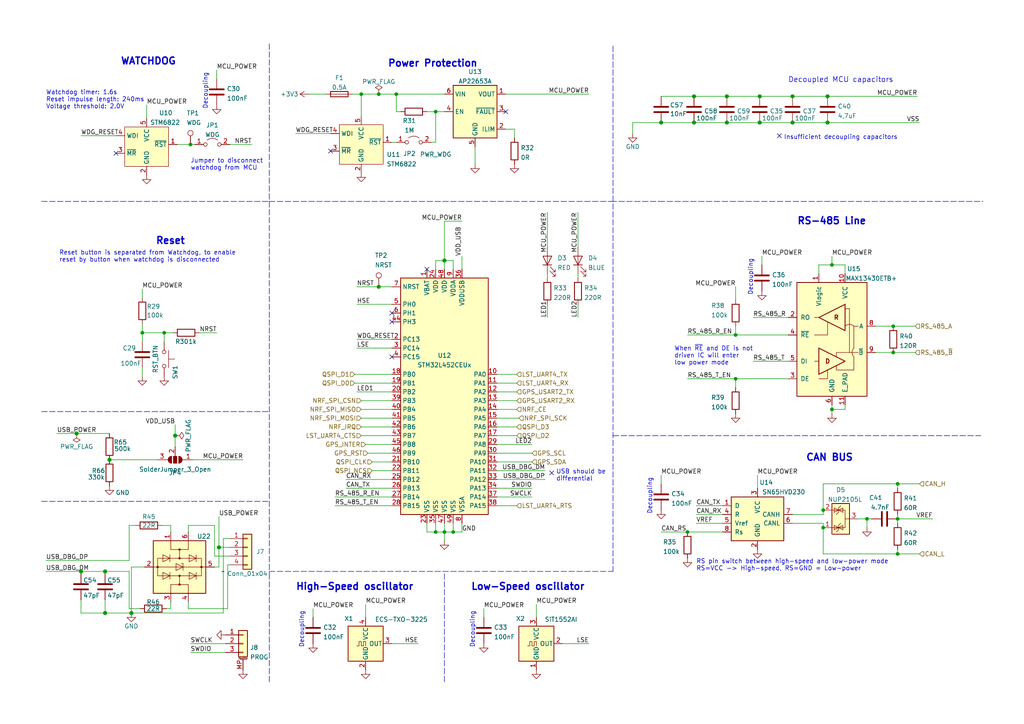
<source format=kicad_sch>
(kicad_sch (version 20210621) (generator eeschema)
  (paper "A4")
  (lib_symbols
    (symbol "Connector:TestPoint" (pin_numbers hide) (pin_names (offset 0.762) hide)
      (property "Reference" "TP" (at 0 6.858 0))
      (property "Value" "TestPoint" (at 0 5.08 0))
      (symbol "TestPoint_1_1"
        (pin passive line (at 0 0 90) (length 2.54) (name "1") (number "1"))
      )
    )
    (symbol "Connector_Generic:Conn_01x04" (pin_names (offset 1.016) hide)
      (property "Reference" "J" (at 0 5.08 0))
      (property "Value" "Conn_01x04" (at 0 -7.62 0))
      (symbol "Conn_01x04_1_1"
        (pin passive line (at -5.08 2.54 0) (length 3.81) (name "Pin_1") (number "1"))
        (pin passive line (at -5.08 0 0) (length 3.81) (name "Pin_2") (number "2"))
        (pin passive line (at -5.08 -2.54 0) (length 3.81) (name "Pin_3") (number "3"))
        (pin passive line (at -5.08 -5.08 0) (length 3.81) (name "Pin_4") (number "4"))
      )
    )
    (symbol "Connector_Generic_MountingPin:Conn_01x03_MountingPin" (pin_names (offset 1.016) hide)
      (property "Reference" "J" (at 0 5.08 0))
      (property "Value" "Conn_01x03_MountingPin" (at 1.27 -5.08 0))
      (symbol "Conn_01x03_MountingPin_1_1"
        (text "Mounting" (at 0 -4.191 0) (effects (font (size 0.381 0.381))))
        (pin passive line (at -5.08 2.54 0) (length 3.81) (name "Pin_1") (number "1"))
        (pin passive line (at -5.08 0 0) (length 3.81) (name "Pin_2") (number "2"))
        (pin passive line (at -5.08 -2.54 0) (length 3.81) (name "Pin_3") (number "3"))
        (pin passive line (at 0 -7.62 90) (length 3.048) (name "MountPin") (number "MP"))
      )
    )
    (symbol "Device:C" (pin_numbers hide) (pin_names (offset 0.254))
      (property "Reference" "C" (at 0.635 2.54 0))
      (property "Value" "C" (at 0.635 -2.54 0))
      (symbol "C_1_1"
        (pin passive line (at 0 3.81 270) (length 2.794) (name "~") (number "1"))
        (pin passive line (at 0 -3.81 90) (length 2.794) (name "~") (number "2"))
      )
    )
    (symbol "Device:Fuse" (pin_numbers hide) (pin_names (offset 0))
      (property "Reference" "F" (at 2.032 0 90))
      (property "Value" "Fuse" (at -1.905 0 90))
      (symbol "Fuse_1_1"
        (pin passive line (at 0 3.81 270) (length 1.27) (name "~") (number "1"))
        (pin passive line (at 0 -3.81 90) (length 1.27) (name "~") (number "2"))
      )
    )
    (symbol "Device:LED" (pin_numbers hide) (pin_names (offset 1.016) hide)
      (property "Reference" "D" (at 0 2.54 0))
      (property "Value" "LED" (at 0 -2.54 0))
      (symbol "LED_1_1"
        (pin passive line (at -3.81 0 0) (length 2.54) (name "K") (number "1"))
        (pin passive line (at 3.81 0 180) (length 2.54) (name "A") (number "2"))
      )
    )
    (symbol "Device:R" (pin_numbers hide) (pin_names (offset 0))
      (property "Reference" "R" (at 2.032 0 90))
      (property "Value" "R" (at 0 0 90))
      (symbol "R_1_1"
        (pin passive line (at 0 3.81 270) (length 1.27) (name "~") (number "1"))
        (pin passive line (at 0 -3.81 90) (length 1.27) (name "~") (number "2"))
      )
    )
    (symbol "Interface_CAN_LIN:SN65HVD230" (pin_names (offset 1.016))
      (property "Reference" "U" (at -2.54 10.16 0))
      (property "Value" "SN65HVD230" (at -2.54 7.62 0))
      (symbol "SN65HVD230_1_1"
        (pin input line (at -10.16 2.54 0) (length 2.54) (name "D") (number "1"))
        (pin power_in line (at 0 -10.16 90) (length 2.54) (name "GND") (number "2"))
        (pin power_in line (at 0 7.62 270) (length 2.54) (name "VCC") (number "3"))
        (pin output line (at -10.16 0 0) (length 2.54) (name "R") (number "4"))
        (pin output line (at -10.16 -2.54 0) (length 2.54) (name "Vref") (number "5"))
        (pin bidirectional line (at 10.16 -2.54 180) (length 2.54) (name "CANL") (number "6"))
        (pin bidirectional line (at 10.16 0 180) (length 2.54) (name "CANH") (number "7"))
        (pin input line (at -10.16 -5.08 0) (length 2.54) (name "Rs") (number "8"))
      )
    )
    (symbol "Jumper:Jumper_2_Open" (pin_names (offset 0) hide)
      (property "Reference" "JP" (at 0 2.794 0))
      (property "Value" "Jumper_2_Open" (at 0 -2.286 0))
      (symbol "Jumper_2_Open_1_1"
        (pin passive line (at -5.08 0 0) (length 2.54) (name "A") (number "1"))
        (pin passive line (at 5.08 0 180) (length 2.54) (name "B") (number "2"))
      )
    )
    (symbol "Jumper:SolderJumper_3_Open" (pin_names (offset 0) hide)
      (property "Reference" "JP" (at -2.54 -2.54 0))
      (property "Value" "SolderJumper_3_Open" (at 0 2.794 0))
      (symbol "SolderJumper_3_Open_1_1"
        (pin passive line (at -5.08 0 0) (length 2.54) (name "A") (number "1"))
        (pin input line (at 0 -3.81 90) (length 2.54) (name "C") (number "2"))
        (pin passive line (at 5.08 0 180) (length 2.54) (name "B") (number "3"))
      )
    )
    (symbol "Jumper_2_Open_1" (pin_names (offset 0) hide)
      (property "Reference" "JP" (at 0 2.794 0))
      (property "Value" "Jumper_2_Open_1" (at 0 -2.286 0))
      (symbol "Jumper_2_Open_1_1_1"
        (pin passive line (at -5.08 0 0) (length 2.54) (name "A") (number "1"))
        (pin passive line (at 5.08 0 180) (length 2.54) (name "B") (number "2"))
      )
    )
    (symbol "MCU_ST_STM32L4:STM32L452CEUx"
      (property "Reference" "U" (at -12.7 34.29 0))
      (property "Value" "STM32L452CEUx" (at 7.62 34.29 0))
      (symbol "STM32L452CEUx_1_1"
        (pin power_in line (at -5.08 35.56 270) (length 2.54) (name "VBAT") (number "1"))
        (pin bidirectional line (at 15.24 5.08 180) (length 2.54) (name "PA0") (number "10"))
        (pin bidirectional line (at 15.24 2.54 180) (length 2.54) (name "PA1") (number "11"))
        (pin bidirectional line (at 15.24 0 180) (length 2.54) (name "PA2") (number "12"))
        (pin bidirectional line (at 15.24 -2.54 180) (length 2.54) (name "PA3") (number "13"))
        (pin bidirectional line (at 15.24 -5.08 180) (length 2.54) (name "PA4") (number "14"))
        (pin bidirectional line (at 15.24 -7.62 180) (length 2.54) (name "PA5") (number "15"))
        (pin bidirectional line (at 15.24 -10.16 180) (length 2.54) (name "PA6") (number "16"))
        (pin bidirectional line (at 15.24 -12.7 180) (length 2.54) (name "PA7") (number "17"))
        (pin bidirectional line (at -15.24 5.08 0) (length 2.54) (name "PB0") (number "18"))
        (pin bidirectional line (at -15.24 2.54 0) (length 2.54) (name "PB1") (number "19"))
        (pin bidirectional line (at -15.24 15.24 0) (length 2.54) (name "PC13") (number "2"))
        (pin bidirectional line (at -15.24 0 0) (length 2.54) (name "PB2") (number "20"))
        (pin bidirectional line (at -15.24 -20.32 0) (length 2.54) (name "PB10") (number "21"))
        (pin bidirectional line (at -15.24 -22.86 0) (length 2.54) (name "PB11") (number "22"))
        (pin power_in line (at -5.08 -38.1 90) (length 2.54) (name "VSS") (number "23"))
        (pin power_in line (at -2.54 35.56 270) (length 2.54) (name "VDD") (number "24"))
        (pin bidirectional line (at -15.24 -25.4 0) (length 2.54) (name "PB12") (number "25"))
        (pin bidirectional line (at -15.24 -27.94 0) (length 2.54) (name "PB13") (number "26"))
        (pin bidirectional line (at -15.24 -30.48 0) (length 2.54) (name "PB14") (number "27"))
        (pin bidirectional line (at -15.24 -33.02 0) (length 2.54) (name "PB15") (number "28"))
        (pin bidirectional line (at 15.24 -15.24 180) (length 2.54) (name "PA8") (number "29"))
        (pin bidirectional line (at -15.24 12.7 0) (length 2.54) (name "PC14") (number "3"))
        (pin bidirectional line (at 15.24 -17.78 180) (length 2.54) (name "PA9") (number "30"))
        (pin bidirectional line (at 15.24 -20.32 180) (length 2.54) (name "PA10") (number "31"))
        (pin bidirectional line (at 15.24 -22.86 180) (length 2.54) (name "PA11") (number "32"))
        (pin bidirectional line (at 15.24 -25.4 180) (length 2.54) (name "PA12") (number "33"))
        (pin bidirectional line (at 15.24 -27.94 180) (length 2.54) (name "PA13") (number "34"))
        (pin power_in line (at -2.54 -38.1 90) (length 2.54) (name "VSS") (number "35"))
        (pin power_in line (at 5.08 35.56 270) (length 2.54) (name "VDDUSB") (number "36"))
        (pin bidirectional line (at 15.24 -30.48 180) (length 2.54) (name "PA14") (number "37"))
        (pin bidirectional line (at 15.24 -33.02 180) (length 2.54) (name "PA15") (number "38"))
        (pin bidirectional line (at -15.24 -2.54 0) (length 2.54) (name "PB3") (number "39"))
        (pin bidirectional line (at -15.24 10.16 0) (length 2.54) (name "PC15") (number "4"))
        (pin bidirectional line (at -15.24 -5.08 0) (length 2.54) (name "PB4") (number "40"))
        (pin bidirectional line (at -15.24 -7.62 0) (length 2.54) (name "PB5") (number "41"))
        (pin bidirectional line (at -15.24 -10.16 0) (length 2.54) (name "PB6") (number "42"))
        (pin bidirectional line (at -15.24 -12.7 0) (length 2.54) (name "PB7") (number "43"))
        (pin bidirectional line (at -15.24 20.32 0) (length 2.54) (name "PH3") (number "44"))
        (pin bidirectional line (at -15.24 -15.24 0) (length 2.54) (name "PB8") (number "45"))
        (pin bidirectional line (at -15.24 -17.78 0) (length 2.54) (name "PB9") (number "46"))
        (pin power_in line (at 0 -38.1 90) (length 2.54) (name "VSS") (number "47"))
        (pin power_in line (at 0 35.56 270) (length 2.54) (name "VDD") (number "48"))
        (pin power_in line (at 2.54 -38.1 90) (length 2.54) (name "VSS") (number "49"))
        (pin input line (at -15.24 25.4 0) (length 2.54) (name "PH0") (number "5"))
        (pin input line (at -15.24 22.86 0) (length 2.54) (name "PH1") (number "6"))
        (pin input line (at -15.24 30.48 0) (length 2.54) (name "NRST") (number "7"))
        (pin power_in line (at 5.08 -38.1 90) (length 2.54) (name "VSSA") (number "8"))
        (pin power_in line (at 2.54 35.56 270) (length 2.54) (name "VDDA") (number "9"))
      )
    )
    (symbol "Power_Protection:NUP2105L" (pin_names hide)
      (property "Reference" "D" (at 5.715 2.54 0))
      (property "Value" "NUP2105L" (at 5.715 0.635 0))
      (symbol "NUP2105L_0_0"
        (pin passive line (at 0 -5.08 90) (length 2.54) (name "A") (number "3"))
      )
      (symbol "NUP2105L_1_1"
        (pin passive line (at -2.54 5.08 270) (length 2.54) (name "K") (number "1"))
        (pin passive line (at 2.54 5.08 270) (length 2.54) (name "K") (number "2"))
      )
    )
    (symbol "Power_Protection:USBLC6-2P6" (pin_names hide)
      (property "Reference" "U" (at 2.54 8.89 0))
      (property "Value" "USBLC6-2P6" (at 2.54 -8.89 0))
      (symbol "USBLC6-2P6_1_1"
        (pin passive line (at -10.16 -2.54 0) (length 2.54) (name "I/O1") (number "1"))
        (pin passive line (at 0 -10.16 90) (length 2.54) (name "GND") (number "2"))
        (pin passive line (at 10.16 -2.54 180) (length 2.54) (name "I/O2") (number "3"))
        (pin passive line (at 10.16 2.54 180) (length 2.54) (name "I/O2") (number "4"))
        (pin passive line (at 0 10.16 270) (length 2.54) (name "VBUS") (number "5"))
        (pin passive line (at -10.16 2.54 0) (length 2.54) (name "I/O1") (number "6"))
      )
    )
    (symbol "Switch:SW_Push" (pin_numbers hide) (pin_names (offset 1.016) hide)
      (property "Reference" "SW" (at 1.27 2.54 0))
      (property "Value" "SW_Push" (at 0 -1.524 0))
      (symbol "SW_Push_0_1"
        (pin passive line (at -5.08 0 0) (length 2.54) (name "1") (number "1"))
        (pin passive line (at 5.08 0 180) (length 2.54) (name "2") (number "2"))
      )
    )
    (symbol "TCY_IC:MAX13430ETB+" (pin_names (offset 1.016))
      (property "Reference" "U" (at -10.16 19.05 0))
      (property "Value" "MAX13430ETB+" (at 5.08 19.05 0))
      (symbol "MAX13430ETB+_0_0"
        (text "D" (at -1.27 -5.08 0) (effects (font (size 1.27 1.27) bold)))
        (text "R" (at 1.27 7.62 0) (effects (font (size 1.27 1.27) bold)))
      )
      (symbol "MAX13430ETB+_1_1"
        (pin power_in line (at -3.81 20.32 270) (length 2.54) (name "Vlogic") (number "1"))
        (pin power_in line (at 3.81 20.32 270) (length 2.54) (name "VCC") (number "10"))
        (pin power_in line (at 3.81 -17.78 90) (length 2.54) (name "E_PAD") (number "11"))
        (pin output line (at -12.7 7.62 0) (length 2.54) (name "RO") (number "2"))
        (pin input line (at -12.7 -10.16 0) (length 2.54) (name "DE") (number "3"))
        (pin input line (at -12.7 2.54 0) (length 2.54) (name "~{RE}") (number "4"))
        (pin input line (at -12.7 -5.08 0) (length 2.54) (name "DI") (number "5"))
        (pin power_in line (at 0 -17.78 90) (length 2.54) (name "GND") (number "6"))
        (pin no_connect line (at 10.16 1.27 180) (length 2.54) hide (name "NC") (number "7"))
        (pin input line (at 12.7 5.08 180) (length 2.54) (name "A") (number "8"))
        (pin input line (at 12.7 -2.54 180) (length 2.54) (name "~{B}") (number "9"))
      )
    )
    (symbol "TCY_IC:STM6822"
      (property "Reference" "U" (at 6.35 13.97 0))
      (property "Value" "STM6822" (at 6.35 16.51 0))
      (symbol "STM6822_1_1"
        (pin open_collector line (at 8.89 6.35 180) (length 2.54) (name "~{RST}") (number "1"))
        (pin passive line (at 0 -2.54 90) (length 2.54) (name "GND") (number "2"))
        (pin input line (at -8.89 3.81 0) (length 2.54) (name "~{MR}") (number "3"))
        (pin input line (at -8.89 8.89 0) (length 2.54) (name "WDI") (number "4"))
        (pin power_in line (at 0 13.97 270) (length 2.54) (name "VCC") (number "5"))
      )
    )
    (symbol "TCY_ocillators:ECS-TXO-3225" (pin_names (offset 0.254))
      (property "Reference" "X" (at -6.35 6.35 0))
      (property "Value" "ECS-TXO-3225" (at 1.27 6.35 0))
      (symbol "ECS-TXO-3225_1_1"
        (pin no_connect line (at -7.62 0 0) (length 2.54) hide (name "NC") (number "1"))
        (pin power_in line (at 0 -7.62 90) (length 2.54) (name "GND") (number "2"))
        (pin output line (at 7.62 0 180) (length 2.54) (name "OUT") (number "3"))
        (pin power_in line (at 0 7.62 270) (length 2.54) (name "VCC") (number "4"))
      )
    )
    (symbol "TCY_ocillators:SiT1552AI" (pin_names (offset 0.254))
      (property "Reference" "X" (at -6.35 6.35 0))
      (property "Value" "SiT1552AI" (at 1.27 6.35 0))
      (symbol "SiT1552AI_1_1"
        (pin power_in line (at 0 -7.62 90) (length 2.54) (name "GND") (number "1"))
        (pin output line (at 7.62 0 180) (length 2.54) (name "OUT") (number "2"))
        (pin power_in line (at 0 7.62 270) (length 2.54) (name "VCC") (number "3"))
        (pin power_in line (at 0 -7.62 90) (length 2.54) hide (name "GND") (number "4"))
      )
    )
    (symbol "TCY_power_management:AP22653"
      (property "Reference" "U" (at 8.89 7.62 0))
      (property "Value" "AP22653" (at 0 7.62 0))
      (symbol "AP22653_1_1"
        (pin power_out line (at 8.89 2.54 180) (length 2.54) (name "VOUT") (number "1"))
        (pin passive line (at 8.89 -7.62 180) (length 2.54) (name "ILIM") (number "2"))
        (pin output line (at 8.89 -2.54 180) (length 2.54) (name "~{FAULT}") (number "3"))
        (pin input line (at -8.89 -2.54 0) (length 2.54) (name "EN") (number "4"))
        (pin passive line (at 0 -12.7 90) (length 2.54) (name "GND") (number "5"))
        (pin power_in line (at -8.89 2.54 0) (length 2.54) (name "VIN") (number "6"))
        (pin passive line (at 0 -12.7 90) (length 2.54) hide (name "E_PAD") (number "7"))
      )
    )
    (symbol "power:+3V3" (power) (pin_names (offset 0))
      (property "Value" "+3V3" (at 0 3.556 0))
      (symbol "+3V3_1_1"
        (pin power_in line (at 0 0 90) (length 0) hide (name "+3V3") (number "1"))
      )
    )
    (symbol "power:GND" (power) (pin_names (offset 0))
      (property "Value" "GND" (at 0 -3.81 0))
      (symbol "GND_1_1"
        (pin power_in line (at 0 0 270) (length 0) hide (name "GND") (number "1"))
      )
    )
    (symbol "power:PWR_FLAG" (power) (pin_numbers hide) (pin_names (offset 0) hide)
      (property "Value" "PWR_FLAG" (at 0 3.81 0))
      (symbol "PWR_FLAG_0_0"
        (pin power_out line (at 0 0 90) (length 0) (name "pwr") (number "1"))
      )
    )
  )
  (junction (at 22.225 125.73) (diameter 1.016))
  (junction (at 23.495 165.735) (diameter 1.016))
  (junction (at 30.48 165.735) (diameter 1.016))
  (junction (at 30.48 177.8) (diameter 1.016))
  (junction (at 31.75 133.35) (diameter 1.016))
  (junction (at 38.1 177.8) (diameter 1.016))
  (junction (at 41.275 96.52) (diameter 0.9144))
  (junction (at 47.625 96.52) (diameter 0.9144))
  (junction (at 50.8 126.365) (diameter 1.016))
  (junction (at 55.245 41.91) (diameter 0.9144))
  (junction (at 63.5 158.75) (diameter 1.016))
  (junction (at 104.775 27.305) (diameter 0.9144))
  (junction (at 109.855 27.305) (diameter 0.9144))
  (junction (at 109.855 83.185) (diameter 1.016))
  (junction (at 114.935 27.305) (diameter 0.9144))
  (junction (at 126.365 32.385) (diameter 0.9144))
  (junction (at 126.365 154.305) (diameter 0.9144))
  (junction (at 128.905 75.565) (diameter 1.016))
  (junction (at 128.905 154.305) (diameter 0.9144))
  (junction (at 131.445 154.305) (diameter 0.9144))
  (junction (at 191.77 35.56) (diameter 1.016))
  (junction (at 199.39 154.305) (diameter 0.9144))
  (junction (at 201.295 27.94) (diameter 1.016))
  (junction (at 201.295 35.56) (diameter 1.016))
  (junction (at 210.82 27.94) (diameter 1.016))
  (junction (at 210.82 35.56) (diameter 1.016))
  (junction (at 213.36 97.155) (diameter 0.9144))
  (junction (at 213.36 109.855) (diameter 0.9144))
  (junction (at 220.345 27.94) (diameter 1.016))
  (junction (at 220.345 35.56) (diameter 1.016))
  (junction (at 229.87 27.94) (diameter 1.016))
  (junction (at 229.87 35.56) (diameter 1.016))
  (junction (at 238.76 147.955) (diameter 0.9144))
  (junction (at 238.76 153.035) (diameter 0.9144))
  (junction (at 240.03 27.94) (diameter 1.016))
  (junction (at 240.03 35.56) (diameter 1.016))
  (junction (at 241.3 76.835) (diameter 0.9144))
  (junction (at 241.3 118.745) (diameter 0.9144))
  (junction (at 251.46 150.495) (diameter 0.9144))
  (junction (at 259.08 94.615) (diameter 0.9144))
  (junction (at 259.08 102.235) (diameter 0.9144))
  (junction (at 260.35 140.335) (diameter 0.9144))
  (junction (at 260.35 150.495) (diameter 0.9144))
  (junction (at 260.35 160.655) (diameter 0.9144))
  (no_connect (at 33.655 44.45))
  (no_connect (at 95.885 43.815))
  (no_connect (at 113.665 90.805))
  (no_connect (at 113.665 93.345))
  (no_connect (at 113.665 103.505))
  (no_connect (at 123.825 78.105))
  (no_connect (at 146.685 32.385))
  (no_connect (at 160.02 137.16))
  (no_connect (at 226.06 39.37))
  (wire (pts (xy 13.335 162.56) (xy 37.465 162.56)))
  (wire (pts (xy 13.335 165.735) (xy 23.495 165.735)))
  (wire (pts (xy 16.51 125.73) (xy 22.225 125.73)))
  (wire (pts (xy 22.225 125.73) (xy 31.75 125.73)))
  (wire (pts (xy 23.495 39.37) (xy 33.655 39.37)))
  (wire (pts (xy 23.495 165.735) (xy 23.495 166.37)))
  (wire (pts (xy 23.495 165.735) (xy 30.48 165.735)))
  (wire (pts (xy 23.495 173.99) (xy 23.495 177.8)))
  (wire (pts (xy 23.495 177.8) (xy 30.48 177.8)))
  (wire (pts (xy 30.48 165.735) (xy 30.48 166.37)))
  (wire (pts (xy 30.48 165.735) (xy 37.465 165.735)))
  (wire (pts (xy 30.48 173.99) (xy 30.48 177.8)))
  (wire (pts (xy 30.48 177.8) (xy 38.1 177.8)))
  (wire (pts (xy 31.75 133.35) (xy 45.72 133.35)))
  (wire (pts (xy 37.465 152.4) (xy 37.465 162.56)))
  (wire (pts (xy 37.465 165.735) (xy 37.465 176.53)))
  (wire (pts (xy 38.1 164.465) (xy 41.91 164.465)))
  (wire (pts (xy 38.1 177.8) (xy 38.1 164.465)))
  (wire (pts (xy 38.1 177.8) (xy 64.77 177.8)))
  (wire (pts (xy 39.37 152.4) (xy 37.465 152.4)))
  (wire (pts (xy 40.64 176.53) (xy 37.465 176.53)))
  (wire (pts (xy 41.275 83.82) (xy 41.275 86.36)))
  (wire (pts (xy 41.275 93.98) (xy 41.275 96.52)))
  (wire (pts (xy 41.275 96.52) (xy 41.275 99.06)))
  (wire (pts (xy 41.275 96.52) (xy 47.625 96.52)))
  (wire (pts (xy 41.275 106.68) (xy 41.275 109.22)))
  (wire (pts (xy 42.545 30.48) (xy 42.545 34.29)))
  (wire (pts (xy 46.99 152.4) (xy 49.53 152.4)))
  (wire (pts (xy 47.625 96.52) (xy 47.625 99.06)))
  (wire (pts (xy 47.625 96.52) (xy 50.165 96.52)))
  (wire (pts (xy 48.26 176.53) (xy 49.53 176.53)))
  (wire (pts (xy 49.53 154.305) (xy 49.53 152.4)))
  (wire (pts (xy 49.53 174.625) (xy 49.53 176.53)))
  (wire (pts (xy 50.8 123.19) (xy 50.8 126.365)))
  (wire (pts (xy 50.8 126.365) (xy 50.8 129.54)))
  (wire (pts (xy 51.435 41.91) (xy 55.245 41.91)))
  (wire (pts (xy 54.61 152.4) (xy 54.61 154.305)))
  (wire (pts (xy 54.61 174.625) (xy 54.61 176.53)))
  (wire (pts (xy 54.61 176.53) (xy 66.04 176.53)))
  (wire (pts (xy 55.245 41.91) (xy 56.515 41.91)))
  (wire (pts (xy 55.88 133.35) (xy 70.485 133.35)))
  (wire (pts (xy 57.785 96.52) (xy 62.865 96.52)))
  (wire (pts (xy 62.23 152.4) (xy 54.61 152.4)))
  (wire (pts (xy 62.23 161.29) (xy 62.23 152.4)))
  (wire (pts (xy 62.23 164.465) (xy 63.5 164.465)))
  (wire (pts (xy 62.865 20.32) (xy 62.865 22.86)))
  (wire (pts (xy 63.5 149.86) (xy 63.5 158.75)))
  (wire (pts (xy 63.5 158.75) (xy 63.5 164.465)))
  (wire (pts (xy 63.5 158.75) (xy 66.675 158.75)))
  (wire (pts (xy 64.77 156.21) (xy 64.77 177.8)))
  (wire (pts (xy 65.405 186.69) (xy 55.245 186.69)))
  (wire (pts (xy 65.405 189.23) (xy 55.245 189.23)))
  (wire (pts (xy 66.04 163.83) (xy 66.04 176.53)))
  (wire (pts (xy 66.675 41.91) (xy 73.025 41.91)))
  (wire (pts (xy 66.675 156.21) (xy 64.77 156.21)))
  (wire (pts (xy 66.675 161.29) (xy 62.23 161.29)))
  (wire (pts (xy 66.675 163.83) (xy 66.04 163.83)))
  (wire (pts (xy 85.725 38.735) (xy 95.885 38.735)))
  (wire (pts (xy 89.535 27.305) (xy 94.615 27.305)))
  (wire (pts (xy 90.805 176.53) (xy 90.805 179.07)))
  (wire (pts (xy 97.155 144.145) (xy 113.665 144.145)))
  (wire (pts (xy 97.155 146.685) (xy 113.665 146.685)))
  (wire (pts (xy 100.33 139.065) (xy 113.665 139.065)))
  (wire (pts (xy 100.33 141.605) (xy 113.665 141.605)))
  (wire (pts (xy 102.235 27.305) (xy 104.775 27.305)))
  (wire (pts (xy 102.87 108.585) (xy 113.665 108.585)))
  (wire (pts (xy 102.87 111.125) (xy 113.665 111.125)))
  (wire (pts (xy 103.505 83.185) (xy 109.855 83.185)))
  (wire (pts (xy 103.505 88.265) (xy 113.665 88.265)))
  (wire (pts (xy 103.505 98.425) (xy 113.665 98.425)))
  (wire (pts (xy 103.505 100.965) (xy 113.665 100.965)))
  (wire (pts (xy 104.775 27.305) (xy 109.855 27.305)))
  (wire (pts (xy 104.775 33.655) (xy 104.775 27.305)))
  (wire (pts (xy 104.775 116.205) (xy 113.665 116.205)))
  (wire (pts (xy 104.775 118.745) (xy 113.665 118.745)))
  (wire (pts (xy 104.775 121.285) (xy 113.665 121.285)))
  (wire (pts (xy 104.775 123.825) (xy 113.665 123.825)))
  (wire (pts (xy 104.775 126.365) (xy 113.665 126.365)))
  (wire (pts (xy 106.045 128.905) (xy 113.665 128.905)))
  (wire (pts (xy 106.045 175.26) (xy 106.045 179.07)))
  (wire (pts (xy 106.68 131.445) (xy 113.665 131.445)))
  (wire (pts (xy 109.855 27.305) (xy 114.935 27.305)))
  (wire (pts (xy 109.855 83.185) (xy 113.665 83.185)))
  (wire (pts (xy 113.665 41.275) (xy 114.935 41.275)))
  (wire (pts (xy 113.665 113.665) (xy 103.505 113.665)))
  (wire (pts (xy 113.665 133.985) (xy 107.95 133.985)))
  (wire (pts (xy 113.665 136.525) (xy 107.95 136.525)))
  (wire (pts (xy 113.665 186.69) (xy 121.285 186.69)))
  (wire (pts (xy 114.935 27.305) (xy 114.935 32.385)))
  (wire (pts (xy 114.935 27.305) (xy 128.905 27.305)))
  (wire (pts (xy 116.205 32.385) (xy 114.935 32.385)))
  (wire (pts (xy 123.825 32.385) (xy 126.365 32.385)))
  (wire (pts (xy 123.825 154.305) (xy 123.825 151.765)))
  (wire (pts (xy 125.095 41.275) (xy 126.365 41.275)))
  (wire (pts (xy 126.365 32.385) (xy 126.365 41.275)))
  (wire (pts (xy 126.365 32.385) (xy 128.905 32.385)))
  (wire (pts (xy 126.365 75.565) (xy 128.905 75.565)))
  (wire (pts (xy 126.365 78.105) (xy 126.365 75.565)))
  (wire (pts (xy 126.365 151.765) (xy 126.365 154.305)))
  (wire (pts (xy 126.365 154.305) (xy 123.825 154.305)))
  (wire (pts (xy 128.905 64.135) (xy 128.905 75.565)))
  (wire (pts (xy 128.905 64.135) (xy 133.985 64.135)))
  (wire (pts (xy 128.905 75.565) (xy 128.905 78.105)))
  (wire (pts (xy 128.905 75.565) (xy 131.445 75.565)))
  (wire (pts (xy 128.905 151.765) (xy 128.905 154.305)))
  (wire (pts (xy 128.905 154.305) (xy 126.365 154.305)))
  (wire (pts (xy 128.905 154.305) (xy 131.445 154.305)))
  (wire (pts (xy 128.905 156.845) (xy 128.905 154.305)))
  (wire (pts (xy 131.445 78.105) (xy 131.445 75.565)))
  (wire (pts (xy 131.445 151.765) (xy 131.445 154.305)))
  (wire (pts (xy 131.445 154.305) (xy 133.985 154.305)))
  (wire (pts (xy 133.985 74.295) (xy 133.985 78.105)))
  (wire (pts (xy 133.985 154.305) (xy 133.985 151.765)))
  (wire (pts (xy 137.795 42.545) (xy 137.795 47.625)))
  (wire (pts (xy 140.335 176.53) (xy 140.335 179.07)))
  (wire (pts (xy 144.145 108.585) (xy 149.86 108.585)))
  (wire (pts (xy 144.145 111.125) (xy 149.86 111.125)))
  (wire (pts (xy 144.145 113.665) (xy 149.86 113.665)))
  (wire (pts (xy 144.145 116.205) (xy 149.86 116.205)))
  (wire (pts (xy 144.145 118.745) (xy 149.86 118.745)))
  (wire (pts (xy 144.145 121.285) (xy 150.495 121.285)))
  (wire (pts (xy 144.145 123.825) (xy 149.86 123.825)))
  (wire (pts (xy 144.145 126.365) (xy 149.86 126.365)))
  (wire (pts (xy 144.145 128.905) (xy 154.305 128.905)))
  (wire (pts (xy 144.145 131.445) (xy 154.305 131.445)))
  (wire (pts (xy 144.145 133.985) (xy 154.305 133.985)))
  (wire (pts (xy 144.145 136.525) (xy 158.115 136.525)))
  (wire (pts (xy 144.145 139.065) (xy 158.115 139.065)))
  (wire (pts (xy 144.145 141.605) (xy 154.305 141.605)))
  (wire (pts (xy 144.145 144.145) (xy 154.305 144.145)))
  (wire (pts (xy 144.145 146.685) (xy 149.86 146.685)))
  (wire (pts (xy 146.685 27.305) (xy 170.815 27.305)))
  (wire (pts (xy 146.685 37.465) (xy 149.225 37.465)))
  (wire (pts (xy 149.225 37.465) (xy 149.225 40.005)))
  (wire (pts (xy 155.575 175.26) (xy 155.575 179.07)))
  (wire (pts (xy 158.75 61.595) (xy 158.75 71.755)))
  (wire (pts (xy 158.75 79.375) (xy 158.75 80.645)))
  (wire (pts (xy 158.75 88.265) (xy 158.75 92.075)))
  (wire (pts (xy 163.195 186.69) (xy 170.815 186.69)))
  (wire (pts (xy 167.64 61.595) (xy 167.64 71.755)))
  (wire (pts (xy 167.64 79.375) (xy 167.64 80.645)))
  (wire (pts (xy 167.64 88.265) (xy 167.64 92.075)))
  (wire (pts (xy 183.515 35.56) (xy 191.77 35.56)))
  (wire (pts (xy 183.515 38.735) (xy 183.515 35.56)))
  (wire (pts (xy 191.77 27.94) (xy 201.295 27.94)))
  (wire (pts (xy 191.77 35.56) (xy 201.295 35.56)))
  (wire (pts (xy 191.77 137.795) (xy 191.77 140.335)))
  (wire (pts (xy 191.77 154.305) (xy 199.39 154.305)))
  (wire (pts (xy 199.39 97.155) (xy 213.36 97.155)))
  (wire (pts (xy 199.39 109.855) (xy 213.36 109.855)))
  (wire (pts (xy 199.39 154.305) (xy 209.55 154.305)))
  (wire (pts (xy 201.295 27.94) (xy 210.82 27.94)))
  (wire (pts (xy 201.295 35.56) (xy 210.82 35.56)))
  (wire (pts (xy 201.93 146.685) (xy 209.55 146.685)))
  (wire (pts (xy 201.93 149.225) (xy 209.55 149.225)))
  (wire (pts (xy 201.93 151.765) (xy 209.55 151.765)))
  (wire (pts (xy 210.82 27.94) (xy 220.345 27.94)))
  (wire (pts (xy 210.82 35.56) (xy 220.345 35.56)))
  (wire (pts (xy 213.36 83.185) (xy 213.36 86.995)))
  (wire (pts (xy 213.36 94.615) (xy 213.36 97.155)))
  (wire (pts (xy 213.36 97.155) (xy 228.6 97.155)))
  (wire (pts (xy 213.36 109.855) (xy 213.36 112.395)))
  (wire (pts (xy 213.36 109.855) (xy 228.6 109.855)))
  (wire (pts (xy 218.44 92.075) (xy 228.6 92.075)))
  (wire (pts (xy 218.44 104.775) (xy 228.6 104.775)))
  (wire (pts (xy 219.71 137.795) (xy 219.71 141.605)))
  (wire (pts (xy 220.345 27.94) (xy 229.87 27.94)))
  (wire (pts (xy 220.345 35.56) (xy 229.87 35.56)))
  (wire (pts (xy 220.98 74.295) (xy 220.98 76.835)))
  (wire (pts (xy 229.87 27.94) (xy 240.03 27.94)))
  (wire (pts (xy 229.87 35.56) (xy 240.03 35.56)))
  (wire (pts (xy 229.87 149.225) (xy 238.76 149.225)))
  (wire (pts (xy 229.87 151.765) (xy 238.76 151.765)))
  (wire (pts (xy 237.49 76.835) (xy 241.3 76.835)))
  (wire (pts (xy 237.49 79.375) (xy 237.49 76.835)))
  (wire (pts (xy 238.76 140.335) (xy 238.76 147.955)))
  (wire (pts (xy 238.76 149.225) (xy 238.76 147.955)))
  (wire (pts (xy 238.76 151.765) (xy 238.76 153.035)))
  (wire (pts (xy 238.76 153.035) (xy 238.76 160.655)))
  (wire (pts (xy 240.03 27.94) (xy 266.065 27.94)))
  (wire (pts (xy 240.03 35.56) (xy 266.7 35.56)))
  (wire (pts (xy 241.3 76.835) (xy 241.3 74.295)))
  (wire (pts (xy 241.3 117.475) (xy 241.3 118.745)))
  (wire (pts (xy 241.3 118.745) (xy 241.3 120.015)))
  (wire (pts (xy 245.11 76.835) (xy 241.3 76.835)))
  (wire (pts (xy 245.11 79.375) (xy 245.11 76.835)))
  (wire (pts (xy 245.11 117.475) (xy 245.11 118.745)))
  (wire (pts (xy 245.11 118.745) (xy 241.3 118.745)))
  (wire (pts (xy 248.92 150.495) (xy 251.46 150.495)))
  (wire (pts (xy 251.46 150.495) (xy 251.46 153.035)))
  (wire (pts (xy 251.46 150.495) (xy 252.73 150.495)))
  (wire (pts (xy 254 94.615) (xy 259.08 94.615)))
  (wire (pts (xy 254 102.235) (xy 259.08 102.235)))
  (wire (pts (xy 259.08 94.615) (xy 265.43 94.615)))
  (wire (pts (xy 259.08 102.235) (xy 265.43 102.235)))
  (wire (pts (xy 260.35 140.335) (xy 238.76 140.335)))
  (wire (pts (xy 260.35 140.335) (xy 260.35 141.605)))
  (wire (pts (xy 260.35 149.225) (xy 260.35 150.495)))
  (wire (pts (xy 260.35 150.495) (xy 270.51 150.495)))
  (wire (pts (xy 260.35 151.765) (xy 260.35 150.495)))
  (wire (pts (xy 260.35 159.385) (xy 260.35 160.655)))
  (wire (pts (xy 260.35 160.655) (xy 238.76 160.655)))
  (wire (pts (xy 266.7 140.335) (xy 260.35 140.335)))
  (wire (pts (xy 266.7 160.655) (xy 260.35 160.655)))
  (polyline (pts (xy 12.065 58.42) (xy 78.105 58.42)) (stroke (width 0) (type dash)))
  (polyline (pts (xy 12.065 119.38) (xy 78.105 119.38)) (stroke (width 0) (type dash)))
  (polyline (pts (xy 12.065 145.415) (xy 78.105 145.415)) (stroke (width 0) (type dash)))
  (polyline (pts (xy 78.105 12.7) (xy 78.105 166.37)) (stroke (width 0) (type dash)))
  (polyline (pts (xy 78.105 58.42) (xy 177.165 58.42)) (stroke (width 0) (type dash)))
  (polyline (pts (xy 78.105 165.735) (xy 177.8 165.735)) (stroke (width 0) (type dash)))
  (polyline (pts (xy 78.105 166.37) (xy 78.105 198.12)) (stroke (width 0) (type dash)))
  (polyline (pts (xy 128.905 166.37) (xy 128.905 198.12)) (stroke (width 0) (type dash)))
  (polyline (pts (xy 177.165 58.42) (xy 191.135 58.42)) (stroke (width 0) (type dash)))
  (polyline (pts (xy 177.8 13.335) (xy 177.8 165.735)) (stroke (width 0) (type dash)))
  (polyline (pts (xy 177.8 126.365) (xy 284.48 126.365)) (stroke (width 0) (type dash)))
  (polyline (pts (xy 191.135 58.42) (xy 285.115 58.42)) (stroke (width 0) (type dash)))
  (text "Watchdog timer: 1.6s\nReset impulse length: 240ms\nVoltage threshold: 2.0V" (at 13.335 31.75 0) (effects (font (size 1.27 1.27)) (justify left bottom)))
  (text "Reset button is separated from Watchdog, to enable\nreset by button when watchdog is disconnected" (at 17.145 76.2 0) (effects (font (size 1.27 1.27)) (justify left bottom)))
  (text "WATCHDOG" (at 34.925 19.05 0) (effects (font (size 2 2) (thickness 0.4) bold) (justify left bottom)))
  (text "Reset" (at 45.085 71.12 0) (effects (font (size 2 2) (thickness 0.4) bold) (justify left bottom)))
  (text "Jumper to disconnect\nwatchdog from MCU" (at 55.245 49.53 0) (effects (font (size 1.27 1.27)) (justify left bottom)))
  (text "Decoupling" (at 60.325 31.75 90) (effects (font (size 1.27 1.27)) (justify left bottom)))
  (text "High-Speed oscillator" (at 85.725 171.45 0) (effects (font (size 2 2) (thickness 0.4) bold) (justify left bottom)))
  (text "Decoupling" (at 88.265 187.96 90) (effects (font (size 1.27 1.27)) (justify left bottom)))
  (text "Power Protection" (at 112.395 19.685 0) (effects (font (size 2 2) (thickness 0.4) bold) (justify left bottom)))
  (text "Low-Speed oscillator" (at 136.525 171.45 0) (effects (font (size 2 2) (thickness 0.4) bold) (justify left bottom)))
  (text "Decoupling" (at 137.795 187.96 90) (effects (font (size 1.27 1.27)) (justify left bottom)))
  (text "USB should be\ndifferential" (at 161.29 139.7 0) (effects (font (size 1.27 1.27)) (justify left bottom)))
  (text "Decoupling" (at 189.23 149.225 90) (effects (font (size 1.27 1.27)) (justify left bottom)))
  (text "When ~{RE} and DE is not\ndriven IC will enter\nlow power mode" (at 195.58 106.045 0) (effects (font (size 1.27 1.27)) (justify left bottom)))
  (text "RS pin switch between high-speed and low-power mode\nRS=VCC -> High-speed, RS=GND = Low-power" (at 201.93 165.735 0) (effects (font (size 1.27 1.27)) (justify left bottom)))
  (text "Decoupling" (at 218.44 85.725 90) (effects (font (size 1.27 1.27)) (justify left bottom)))
  (text "Insufficient decoupling capacitors" (at 227.33 40.64 0) (effects (font (size 1.27 1.27)) (justify left bottom)))
  (text "Decoupled MCU capacitors" (at 228.6 24.13 0) (effects (font (size 1.5 1.5)) (justify left bottom)))
  (text "RS-485 Line" (at 231.14 65.405 0) (effects (font (size 2 2) (thickness 0.4) bold) (justify left bottom)))
  (text "CAN BUS" (at 233.68 133.985 0) (effects (font (size 2 2) (thickness 0.4) bold) (justify left bottom)))
  (text "\n\n" (at 243.84 40.005 0) (effects (font (size 1.27 1.27)) (justify left bottom)))
  (label "USB_DBG_DP" (at 13.335 162.56 0))
  (label "USB_DBG_DM" (at 13.335 165.735 0))
  (label "USB_POWER" (at 16.51 125.73 0))
  (label "WDG_RESET" (at 23.495 39.37 0))
  (label "MCU_POWER" (at 41.275 83.82 0))
  (label "MCU_POWER" (at 42.545 30.48 0))
  (label "VDD_USB" (at 50.8 123.19 180))
  (label "SWCLK" (at 55.245 186.69 0))
  (label "SWDIO" (at 55.245 189.23 0))
  (label "MCU_POWER" (at 62.865 20.32 0))
  (label "NRST" (at 62.865 96.52 180))
  (label "USB_POWER" (at 63.5 149.86 0))
  (label "MCU_POWER" (at 70.485 133.35 180))
  (label "NRST" (at 73.025 41.91 180))
  (label "WDG_RESET" (at 85.725 38.735 0))
  (label "MCU_POWER" (at 90.805 176.53 0))
  (label "RS_485_R_EN" (at 97.155 144.145 0))
  (label "RS_485_T_EN" (at 97.155 146.685 0))
  (label "CAN_RX" (at 100.33 139.065 0))
  (label "CAN_TX" (at 100.33 141.605 0))
  (label "NRST" (at 103.505 83.185 0))
  (label "HSE" (at 103.505 88.265 0))
  (label "WDG_RESET" (at 103.505 98.425 0))
  (label "LSE" (at 103.505 100.965 0))
  (label "LED1" (at 103.505 113.665 0))
  (label "MCU_POWER" (at 106.045 175.26 0))
  (label "HSE" (at 121.285 186.69 180))
  (label "MCU_POWER" (at 133.985 64.135 180))
  (label "VDD_USB" (at 133.985 74.295 90))
  (label "GND" (at 133.985 154.305 0))
  (label "MCU_POWER" (at 140.335 176.53 0))
  (label "LED2" (at 154.305 128.905 180))
  (label "SWDIO" (at 154.305 141.605 180))
  (label "SWCLK" (at 154.305 144.145 180))
  (label "MCU_POWER" (at 155.575 175.26 0))
  (label "USB_DBG_DM" (at 158.115 136.525 180))
  (label "USB_DBG_DP" (at 158.115 139.065 180))
  (label "MCU_POWER" (at 158.75 61.595 270))
  (label "LED1" (at 158.75 92.075 90))
  (label "MCU_POWER" (at 167.64 61.595 270))
  (label "LED2" (at 167.64 92.075 90))
  (label "MCU_POWER" (at 170.815 27.305 180))
  (label "LSE" (at 170.815 186.69 180))
  (label "MCU_POWER" (at 191.77 137.795 0))
  (label "CAN_RS" (at 191.77 154.305 0))
  (label "RS_485_R_EN" (at 199.39 97.155 0))
  (label "RS_485_T_EN" (at 199.39 109.855 0))
  (label "CAN_TX" (at 201.93 146.685 0))
  (label "CAN_RX" (at 201.93 149.225 0))
  (label "VREF" (at 201.93 151.765 0))
  (label "MCU_POWER" (at 213.36 83.185 180))
  (label "RS_485_R" (at 218.44 92.075 0))
  (label "RS_485_T" (at 218.44 104.775 0))
  (label "MCU_POWER" (at 219.71 137.795 0))
  (label "MCU_POWER" (at 220.98 74.295 0))
  (label "MCU_POWER" (at 241.3 74.295 0))
  (label "MCU_POWER" (at 266.065 27.94 180))
  (label "VSS" (at 266.7 35.56 180))
  (label "VREF" (at 270.51 150.495 180))
  (hierarchical_label "QSPI_D1" (shape input) (at 102.87 108.585 180))
  (hierarchical_label "QSPI_D0" (shape input) (at 102.87 111.125 180))
  (hierarchical_label "NRF_SPI_CSN" (shape input) (at 104.775 116.205 180))
  (hierarchical_label "NRF_SPI_MISO" (shape input) (at 104.775 118.745 180))
  (hierarchical_label "NRF_SPI_MOSI" (shape input) (at 104.775 121.285 180))
  (hierarchical_label "NRF_IRQ" (shape input) (at 104.775 123.825 180))
  (hierarchical_label "LST_UART4_CTS" (shape input) (at 104.775 126.365 180))
  (hierarchical_label "GPS_INTER" (shape input) (at 106.045 128.905 180))
  (hierarchical_label "GPS_RST" (shape input) (at 106.68 131.445 180))
  (hierarchical_label "QSPI_CLK" (shape input) (at 107.95 133.985 180))
  (hierarchical_label "QSPI_NCS" (shape input) (at 107.95 136.525 180))
  (hierarchical_label "LST_UART4_TX" (shape input) (at 149.86 108.585 0))
  (hierarchical_label "LST_UART4_RX" (shape input) (at 149.86 111.125 0))
  (hierarchical_label "GPS_USART2_TX" (shape input) (at 149.86 113.665 0))
  (hierarchical_label "GPS_USART2_RX" (shape input) (at 149.86 116.205 0))
  (hierarchical_label "NRF_CE" (shape input) (at 149.86 118.745 0))
  (hierarchical_label "QSPI_D3" (shape input) (at 149.86 123.825 0))
  (hierarchical_label "QSPI_D2" (shape input) (at 149.86 126.365 0))
  (hierarchical_label "LST_UART4_RTS" (shape input) (at 149.86 146.685 0))
  (hierarchical_label "NRF_SPI_SCK" (shape input) (at 150.495 121.285 0))
  (hierarchical_label "GPS_SCL" (shape input) (at 154.305 131.445 0))
  (hierarchical_label "GPS_SDA" (shape input) (at 154.305 133.985 0))
  (hierarchical_label "RS_485_A" (shape input) (at 265.43 94.615 0))
  (hierarchical_label "RS_485_~{B}" (shape input) (at 265.43 102.235 0))
  (hierarchical_label "CAN_H" (shape input) (at 266.7 140.335 0))
  (hierarchical_label "CAN_L" (shape input) (at 266.7 160.655 0))
  (symbol (lib_id "power:+3V3") (at 89.535 27.305 90) (unit 1)
    (property "Reference" "#PWR0157" (effects hide))
    (property "Value" "+3V3" (at 81.28 27.3049 90) (effects (justify right)))
  )
  (symbol (lib_id "power:PWR_FLAG") (at 22.225 125.73 180) (unit 1)
    (property "Reference" "#FLG0103" (effects hide))
    (property "Value" "PWR_FLAG" (at 22.225 129.54 0))
  )
  (symbol (lib_id "power:PWR_FLAG") (at 50.8 126.365 270) (unit 1)
    (property "Reference" "#FLG07" (effects hide))
    (property "Value" "PWR_FLAG" (at 54.61 126.365 0))
  )
  (symbol (lib_id "power:PWR_FLAG") (at 109.855 27.305 0) (unit 1)
    (property "Reference" "#FLG0101" (effects hide))
    (property "Value" "PWR_FLAG" (at 109.855 23.7004 0))
  )
  (symbol (lib_id "Connector:TestPoint") (at 55.245 41.91 0) (unit 1)
    (property "Reference" "TP1" (at 54.1021 32.81 0) (effects (justify left)))
    (property "Value" "WDG" (at 54.1021 35.5851 0) (effects (justify left)))
    (property "Footprint" "TCY_connectors:TestPoint_Pad_D0.5mm" (effects hide))
  )
  (symbol (lib_id "Connector:TestPoint") (at 109.855 83.185 0) (unit 1)
    (property "Reference" "TP2" (at 108.7121 74.085 0) (effects (justify left)))
    (property "Value" "NRST" (at 108.7121 76.8601 0) (effects (justify left)))
    (property "Footprint" "TCY_connectors:TestPoint_Pad_D0.5mm" (effects hide))
  )
  (symbol (lib_id "power:GND") (at 31.75 140.97 0) (unit 1)
    (property "Reference" "#PWR0134" (effects hide))
    (property "Value" "GND" (at 35.56 142.875 0))
  )
  (symbol (lib_id "power:GND") (at 38.1 177.8 0) (unit 1)
    (property "Reference" "#PWR0141" (effects hide))
    (property "Value" "GND" (at 38.1 181.61 0))
  )
  (symbol (lib_id "power:GND") (at 41.275 109.22 0) (unit 1)
    (property "Reference" "#PWR0127" (effects hide))
    (property "Value" "GND" (effects hide))
  )
  (symbol (lib_id "power:GND") (at 42.545 50.8 0) (unit 1)
    (property "Reference" "#PWR0125" (effects hide))
    (property "Value" "GND" (effects hide))
  )
  (symbol (lib_id "power:GND") (at 47.625 109.22 0) (unit 1)
    (property "Reference" "#PWR0128" (effects hide))
    (property "Value" "GND" (effects hide))
  )
  (symbol (lib_id "power:GND") (at 62.865 30.48 0) (unit 1)
    (property "Reference" "#PWR0126" (effects hide))
    (property "Value" "GND" (effects hide))
  )
  (symbol (lib_id "power:GND") (at 65.405 184.15 270) (unit 1)
    (property "Reference" "#PWR0132" (effects hide))
    (property "Value" "GND" (effects hide))
  )
  (symbol (lib_id "power:GND") (at 70.485 194.31 0) (unit 1)
    (property "Reference" "#PWR0131" (effects hide))
    (property "Value" "GND" (effects hide))
  )
  (symbol (lib_id "power:GND") (at 90.805 186.69 0) (unit 1)
    (property "Reference" "#PWR0133" (effects hide))
    (property "Value" "GND" (effects hide))
  )
  (symbol (lib_id "power:GND") (at 104.775 50.165 0) (unit 1)
    (property "Reference" "#PWR0137" (effects hide))
    (property "Value" "GND" (effects hide))
  )
  (symbol (lib_id "power:GND") (at 106.045 194.31 0) (unit 1)
    (property "Reference" "#PWR0135" (effects hide))
    (property "Value" "GND" (effects hide))
  )
  (symbol (lib_id "power:GND") (at 128.905 156.845 0) (unit 1)
    (property "Reference" "#PWR0138" (effects hide))
    (property "Value" "GND" (effects hide))
  )
  (symbol (lib_id "power:GND") (at 137.795 47.625 0) (unit 1)
    (property "Reference" "#PWR0139" (effects hide))
    (property "Value" "GND" (effects hide))
  )
  (symbol (lib_id "power:GND") (at 140.335 186.69 0) (unit 1)
    (property "Reference" "#PWR0130" (effects hide))
    (property "Value" "GND" (effects hide))
  )
  (symbol (lib_id "power:GND") (at 149.225 47.625 0) (unit 1)
    (property "Reference" "#PWR0124" (effects hide))
    (property "Value" "GND" (effects hide))
  )
  (symbol (lib_id "power:GND") (at 155.575 194.31 0) (unit 1)
    (property "Reference" "#PWR0129" (effects hide))
    (property "Value" "GND" (effects hide))
  )
  (symbol (lib_id "power:GND") (at 183.515 38.735 0) (unit 1)
    (property "Reference" "#PWR0116" (effects hide))
    (property "Value" "GND" (at 183.515 42.545 0))
  )
  (symbol (lib_id "power:GND") (at 191.77 147.955 0) (unit 1)
    (property "Reference" "#PWR0121" (effects hide))
    (property "Value" "GND" (effects hide))
  )
  (symbol (lib_id "power:GND") (at 199.39 161.925 0) (unit 1)
    (property "Reference" "#PWR0119" (effects hide))
    (property "Value" "GND" (effects hide))
  )
  (symbol (lib_id "power:GND") (at 213.36 120.015 0) (unit 1)
    (property "Reference" "#PWR0120" (effects hide))
    (property "Value" "GND" (effects hide))
  )
  (symbol (lib_id "power:GND") (at 219.71 159.385 0) (unit 1)
    (property "Reference" "#PWR0118" (effects hide))
    (property "Value" "GND" (effects hide))
  )
  (symbol (lib_id "power:GND") (at 220.98 84.455 0) (unit 1)
    (property "Reference" "#PWR0117" (effects hide))
    (property "Value" "GND" (effects hide))
  )
  (symbol (lib_id "power:GND") (at 241.3 120.015 0) (unit 1)
    (property "Reference" "#PWR0122" (effects hide))
    (property "Value" "GND" (effects hide))
  )
  (symbol (lib_id "power:GND") (at 251.46 153.035 0) (unit 1)
    (property "Reference" "#PWR0123" (effects hide))
    (property "Value" "GND" (effects hide))
  )
  (symbol (lib_id "Device:Fuse") (at 98.425 27.305 90) (unit 1)
    (property "Reference" "F1" (at 98.425 22.5764 90))
    (property "Value" "0.5A" (at 98.425 25.3515 90))
    (property "Footprint" "Fuse:Fuse_0805_2012Metric" (effects hide))
  )
  (symbol (lib_id "Device:R") (at 31.75 129.54 0) (unit 1)
    (property "Reference" "R65" (at 34.925 128.27 0))
    (property "Value" "500k" (at 35.56 130.175 0))
    (property "Footprint" "Inductor_SMD:L_0603_1608Metric" (effects hide))
  )
  (symbol (lib_id "Device:R") (at 31.75 137.16 0) (unit 1)
    (property "Reference" "R66" (at 28.575 136.525 0))
    (property "Value" "330k" (at 27.94 138.43 0))
    (property "Footprint" "Resistor_SMD:R_0603_1608Metric" (effects hide))
  )
  (symbol (lib_id "Device:R") (at 41.275 90.17 0) (unit 1)
    (property "Reference" "R29" (at 42.545 88.9 0) (effects (justify left)))
    (property "Value" "100k" (at 42.545 91.44 0) (effects (justify left)))
    (property "Footprint" "Resistor_SMD:R_0603_1608Metric" (effects hide))
  )
  (symbol (lib_id "Device:R") (at 43.18 152.4 270) (unit 1)
    (property "Reference" "R45" (at 43.18 149.86 90))
    (property "Value" "22R" (at 43.18 152.4 90))
    (property "Footprint" "Resistor_SMD:R_0603_1608Metric" (effects hide))
  )
  (symbol (lib_id "Device:R") (at 44.45 176.53 90) (unit 1)
    (property "Reference" "R46" (at 44.45 174.625 90))
    (property "Value" "22R" (at 44.45 176.53 90))
    (property "Footprint" "Resistor_SMD:R_0603_1608Metric" (effects hide))
  )
  (symbol (lib_id "Device:R") (at 53.975 96.52 270) (unit 1)
    (property "Reference" "R30" (at 50.8 99.06 90) (effects (justify left)))
    (property "Value" "1k" (at 54.61 99.06 90) (effects (justify left)))
    (property "Footprint" "Resistor_SMD:R_0603_1608Metric" (effects hide))
  )
  (symbol (lib_id "Device:R") (at 120.015 32.385 90) (unit 1)
    (property "Reference" "R31" (at 118.745 35.0224 90))
    (property "Value" "1M" (at 118.745 37.7975 90))
    (property "Footprint" "Resistor_SMD:R_0603_1608Metric" (effects hide))
  )
  (symbol (lib_id "Device:R") (at 149.225 43.815 0) (unit 1)
    (property "Reference" "R32" (at 151.0031 42.9065 0) (effects (justify left)))
    (property "Value" "0R" (at 151.0031 45.6816 0) (effects (justify left)))
    (property "Footprint" "Resistor_SMD:R_0603_1608Metric" (effects hide))
  )
  (symbol (lib_id "Device:R") (at 158.75 84.455 0) (unit 1)
    (property "Reference" "R33" (at 160.5281 83.5465 0) (effects (justify left)))
    (property "Value" "220R" (at 160.5281 86.3216 0) (effects (justify left)))
    (property "Footprint" "Resistor_SMD:R_0603_1608Metric" (effects hide))
  )
  (symbol (lib_id "Device:R") (at 167.64 84.455 0) (unit 1)
    (property "Reference" "R34" (at 169.4181 83.5465 0) (effects (justify left)))
    (property "Value" "220R" (at 169.4181 86.3216 0) (effects (justify left)))
    (property "Footprint" "Resistor_SMD:R_0603_1608Metric" (effects hide))
  )
  (symbol (lib_id "Device:R") (at 199.39 158.115 0) (unit 1)
    (property "Reference" "R35" (at 192.2781 157.2065 0) (effects (justify left)))
    (property "Value" "100k" (at 192.2781 159.9816 0) (effects (justify left)))
    (property "Footprint" "Resistor_SMD:R_0603_1608Metric" (effects hide))
  )
  (symbol (lib_id "Device:R") (at 213.36 90.805 0) (unit 1)
    (property "Reference" "R38" (at 206.2481 88.6265 0) (effects (justify left)))
    (property "Value" "100k" (at 206.2481 91.4016 0) (effects (justify left)))
    (property "Footprint" "Resistor_SMD:R_0603_1608Metric" (effects hide))
  )
  (symbol (lib_id "Device:R") (at 213.36 116.205 0) (unit 1)
    (property "Reference" "R39" (at 206.2481 115.2965 0) (effects (justify left)))
    (property "Value" "100k" (at 206.2481 118.0716 0) (effects (justify left)))
    (property "Footprint" "Resistor_SMD:R_0603_1608Metric" (effects hide))
  )
  (symbol (lib_id "Device:R") (at 259.08 98.425 0) (unit 1)
    (property "Reference" "R40" (at 260.8581 97.5165 0) (effects (justify left)))
    (property "Value" "120R" (at 260.8581 100.2916 0) (effects (justify left)))
    (property "Footprint" "Resistor_SMD:R_0603_1608Metric" (effects hide))
  )
  (symbol (lib_id "Device:R") (at 260.35 145.415 0) (unit 1)
    (property "Reference" "R41" (at 262.1281 144.5065 0) (effects (justify left)))
    (property "Value" "60R" (at 262.1281 147.2816 0) (effects (justify left)))
    (property "Footprint" "Resistor_SMD:R_0603_1608Metric" (effects hide))
  )
  (symbol (lib_id "Device:R") (at 260.35 155.575 0) (unit 1)
    (property "Reference" "R42" (at 262.1281 154.6665 0) (effects (justify left)))
    (property "Value" "60R" (at 262.1281 157.4416 0) (effects (justify left)))
    (property "Footprint" "Resistor_SMD:R_0603_1608Metric" (effects hide))
  )
  (symbol (lib_id "Jumper:Jumper_2_Open") (at 61.595 41.91 0) (unit 1)
    (property "Reference" "JP1" (at 61.595 36.2924 0))
    (property "Value" "WDG" (at 61.595 39.0675 0))
    (property "Footprint" "Jumper:SolderJumper-2_P1.3mm_Open_RoundedPad1.0x1.5mm" (effects hide))
  )
  (symbol (lib_name "Jumper_2_Open_1") (lib_id "Jumper:Jumper_2_Open") (at 120.015 41.275 0) (unit 1)
    (property "Reference" "JP2" (at 118.745 44.5474 0))
    (property "Value" "PWR_WDG" (at 126.365 44.7825 0))
    (property "Footprint" "Jumper:SolderJumper-2_P1.3mm_Open_RoundedPad1.0x1.5mm" (effects hide))
  )
  (symbol (lib_id "Device:LED") (at 158.75 75.565 90) (unit 1)
    (property "Reference" "D3" (at 161.6711 74.847 90) (effects (justify right)))
    (property "Value" "RED" (at 161.6711 77.6221 90) (effects (justify right)))
    (property "Footprint" "LED_SMD:LED_0603_1608Metric_Castellated" (effects hide))
  )
  (symbol (lib_id "Device:LED") (at 167.64 75.565 90) (unit 1)
    (property "Reference" "D4" (at 170.5611 74.847 90) (effects (justify right)))
    (property "Value" "BLUE" (at 170.5611 77.6221 90) (effects (justify right)))
    (property "Footprint" "LED_SMD:LED_0603_1608Metric_Castellated" (effects hide))
  )
  (symbol (lib_id "Device:C") (at 23.495 170.18 0) (unit 1)
    (property "Reference" "C54" (at 24.13 168.2749 0) (effects (justify left)))
    (property "Value" "47pF" (at 24.13 172.72 0) (effects (justify left)))
    (property "Footprint" "Capacitor_SMD:C_0603_1608Metric" (effects hide))
  )
  (symbol (lib_id "Device:C") (at 30.48 170.18 0) (unit 1)
    (property "Reference" "C55" (at 31.115 168.2749 0) (effects (justify left)))
    (property "Value" "47pF" (at 31.115 172.72 0) (effects (justify left)))
    (property "Footprint" "Capacitor_SMD:C_0603_1608Metric" (effects hide))
  )
  (symbol (lib_id "Device:C") (at 41.275 102.87 0) (unit 1)
    (property "Reference" "C29" (at 35.56 100.965 0) (effects (justify left)))
    (property "Value" "100nF" (at 34.925 105.41 0) (effects (justify left)))
    (property "Footprint" "Capacitor_SMD:C_0603_1608Metric" (effects hide))
  )
  (symbol (lib_id "Device:C") (at 62.865 26.67 0) (unit 1)
    (property "Reference" "C30" (at 65.7861 25.7615 0) (effects (justify left)))
    (property "Value" "100nF" (at 65.7861 28.5366 0) (effects (justify left)))
    (property "Footprint" "Capacitor_SMD:C_0603_1608Metric" (effects hide))
  )
  (symbol (lib_id "Device:C") (at 90.805 182.88 0) (unit 1)
    (property "Reference" "C32" (at 93.7261 181.9715 0) (effects (justify left)))
    (property "Value" "100nF" (at 93.7261 184.7466 0) (effects (justify left)))
    (property "Footprint" "Capacitor_SMD:C_0603_1608Metric" (effects hide))
  )
  (symbol (lib_id "Device:C") (at 140.335 182.88 0) (unit 1)
    (property "Reference" "C33" (at 143.2561 181.9715 0) (effects (justify left)))
    (property "Value" "100nF" (at 143.2561 184.7466 0) (effects (justify left)))
    (property "Footprint" "Capacitor_SMD:C_0603_1608Metric" (effects hide))
  )
  (symbol (lib_id "Device:C") (at 191.77 31.75 0) (unit 1)
    (property "Reference" "C57" (at 194.31 30.4799 0) (effects (justify left)))
    (property "Value" "10nF" (at 194.31 33.0199 0) (effects (justify left)))
    (property "Footprint" "Capacitor_SMD:C_0603_1608Metric" (effects hide))
  )
  (symbol (lib_id "Device:C") (at 191.77 144.145 0) (unit 1)
    (property "Reference" "C34" (at 194.6911 143.2365 0) (effects (justify left)))
    (property "Value" "100nF" (at 194.6911 146.0116 0) (effects (justify left)))
    (property "Footprint" "Capacitor_SMD:C_0603_1608Metric" (effects hide))
  )
  (symbol (lib_id "Device:C") (at 201.295 31.75 0) (unit 1)
    (property "Reference" "C58" (at 204.2161 32.229 0) (effects (justify left)))
    (property "Value" "100nF" (at 201.93 34.29 0) (effects (justify left)))
    (property "Footprint" "Capacitor_SMD:C_0603_1608Metric" (effects hide))
  )
  (symbol (lib_id "Device:C") (at 210.82 31.75 0) (unit 1)
    (property "Reference" "C59" (at 213.7411 32.229 0) (effects (justify left)))
    (property "Value" "100nF" (at 211.455 34.29 0) (effects (justify left)))
    (property "Footprint" "Capacitor_SMD:C_0603_1608Metric" (effects hide))
  )
  (symbol (lib_id "Device:C") (at 220.345 31.75 0) (unit 1)
    (property "Reference" "C35" (at 223.2661 32.229 0) (effects (justify left)))
    (property "Value" "100nF" (at 220.98 34.29 0) (effects (justify left)))
    (property "Footprint" "Capacitor_SMD:C_0603_1608Metric" (effects hide))
  )
  (symbol (lib_id "Device:C") (at 220.98 80.645 0) (unit 1)
    (property "Reference" "C36" (at 223.9011 79.7365 0) (effects (justify left)))
    (property "Value" "100nF" (at 223.9011 82.5116 0) (effects (justify left)))
    (property "Footprint" "Capacitor_SMD:C_0603_1608Metric" (effects hide))
  )
  (symbol (lib_id "Device:C") (at 229.87 31.75 0) (unit 1)
    (property "Reference" "C37" (at 232.7911 32.229 0) (effects (justify left)))
    (property "Value" "100nF" (at 230.505 34.29 0) (effects (justify left)))
    (property "Footprint" "Capacitor_SMD:C_0603_1608Metric" (effects hide))
  )
  (symbol (lib_id "Device:C") (at 240.03 31.75 0) (unit 1)
    (property "Reference" "C40" (at 242.9511 30.8415 0) (effects (justify left)))
    (property "Value" "4,7uF" (at 242.9511 33.6166 0) (effects (justify left)))
    (property "Footprint" "Capacitor_SMD:C_0603_1608Metric" (effects hide))
  )
  (symbol (lib_id "Device:C") (at 256.54 150.495 90) (unit 1)
    (property "Reference" "C41" (at 254 144.3694 90))
    (property "Value" "4.7nF" (at 255.27 147.1445 90))
    (property "Footprint" "Capacitor_SMD:C_0603_1608Metric" (effects hide))
  )
  (symbol (lib_id "Switch:SW_Push") (at 47.625 104.14 270) (unit 1)
    (property "Reference" "SW1" (at 50.8 107.95 0))
    (property "Value" "RST_BTN" (at 45.085 104.14 0))
    (property "Footprint" "TCY_buttons_switches:KMT031NGJLHS" (effects hide))
  )
  (symbol (lib_id "Jumper:SolderJumper_3_Open") (at 50.8 133.35 180) (unit 1)
    (property "Reference" "JP4" (at 50.8 137.16 0))
    (property "Value" "SolderJumper_3_Open" (at 50.8 136.144 0))
    (property "Footprint" "Jumper:SolderJumper-3_P1.3mm_Open_RoundedPad1.0x1.5mm" (effects hide))
  )
  (symbol (lib_id "Connector_Generic:Conn_01x04") (at 71.755 158.75 0) (unit 1)
    (property "Reference" "J7" (at 74.295 160.0199 0) (effects (justify left)))
    (property "Value" "Conn_01x04" (at 71.755 166.37 0))
    (property "Footprint" "Connector_PinSocket_2.54mm:PinSocket_1x04_P2.54mm_Vertical" (effects hide))
  )
  (symbol (lib_id "Connector_Generic_MountingPin:Conn_01x03_MountingPin") (at 70.485 186.69 0) (unit 1)
    (property "Reference" "J8" (at 72.5171 187.8135 0) (effects (justify left)))
    (property "Value" "PROG" (at 72.5171 190.5886 0) (effects (justify left)))
    (property "Footprint" "TCY_connectors:Amphenol_10114830-11103LF_1x03_P1.25mm_Horizontal" (effects hide))
  )
  (symbol (lib_id "Power_Protection:NUP2105L") (at 243.84 150.495 90) (unit 1)
    (property "Reference" "D5" (at 243.84 142.0834 90))
    (property "Value" "NUP2105L" (at 245.11 144.8585 90))
    (property "Footprint" "Package_TO_SOT_SMD:SOT-23" (effects hide))
    (property "Datasheet" "http://www.onsemi.com/pub_link/Collateral/NUP2105L-D.PDF" (effects hide))
  )
  (symbol (lib_id "TCY_ocillators:SiT1552AI") (at 155.575 186.69 0) (unit 1)
    (property "Reference" "X2" (at 152.273 179.4315 0) (effects (justify right)))
    (property "Value" "SiT1552AI" (at 167.513 179.6666 0) (effects (justify right)))
    (property "Footprint" "TCY_oscillators:CSP-4_1.5x0.8mm" (effects hide))
    (property "Datasheet" "https://www.sitime.com/datasheet/SiT1552" (effects hide))
  )
  (symbol (lib_id "TCY_ocillators:ECS-TXO-3225") (at 106.045 186.69 0) (unit 1)
    (property "Reference" "X1" (at 102.4889 179.4315 0) (effects (justify right)))
    (property "Value" "ECS-TXO-3225" (at 124.0789 179.6666 0) (effects (justify right)))
    (property "Footprint" "TCY_oscillators:ECS-TXO-3225" (effects hide))
    (property "Datasheet" "https://ecsxtal.com/store/pdf/ECS-TXO-3225.pdf" (effects hide))
  )
  (symbol (lib_id "TCY_IC:STM6822") (at 42.545 48.26 0) (unit 1)
    (property "Reference" "U10" (at 46.1011 32.7465 0) (effects (justify left)))
    (property "Value" "STM6822" (at 43.5611 35.5216 0) (effects (justify left)))
    (property "Footprint" "Package_TO_SOT_SMD:SOT-23-5" (effects hide))
    (property "Datasheet" "https://www.st.com/resource/en/datasheet/stm6321.pdf" (effects hide))
  )
  (symbol (lib_id "TCY_IC:STM6822") (at 104.775 47.625 0) (unit 1)
    (property "Reference" "U11" (at 112.1411 44.8115 0) (effects (justify left)))
    (property "Value" "STM6822" (at 112.1411 47.5866 0) (effects (justify left)))
    (property "Footprint" "Package_TO_SOT_SMD:SOT-23-5" (effects hide))
    (property "Datasheet" "https://www.st.com/resource/en/datasheet/stm6321.pdf" (effects hide))
  )
  (symbol (lib_id "TCY_power_management:AP22653") (at 137.795 29.845 0) (unit 1)
    (property "Reference" "U13" (at 137.795 20.7984 0))
    (property "Value" "AP22653A" (at 137.795 23.5735 0))
    (property "Footprint" "Package_DFN_QFN:DFN-6-1EP_2x2mm_P0.65mm_EP1x1.6mm" (effects hide))
    (property "Datasheet" "https://www.diodes.com/assets/Datasheets/AP22652_53_52A_53A.pdf" (effects hide))
  )
  (symbol (lib_id "Interface_CAN_LIN:SN65HVD230") (at 219.71 149.225 0) (unit 1)
    (property "Reference" "U14" (at 222.25 139.9244 0))
    (property "Value" "SN65HVD230" (at 227.33 142.6995 0))
    (property "Footprint" "Package_SO:SOIC-8_3.9x4.9mm_P1.27mm" (effects hide))
    (property "Datasheet" "http://www.ti.com/lit/ds/symlink/sn65hvd230.pdf" (effects hide))
  )
  (symbol (lib_id "Power_Protection:USBLC6-2P6") (at 52.07 164.465 270) (unit 1)
    (property "Reference" "U22" (at 57.15 155.5749 90) (effects (justify left)))
    (property "Value" "~" (at 64.135 165.7349 90) (effects (justify left)))
    (property "Footprint" "Package_TO_SOT_SMD:SOT-23-6" (effects hide))
    (property "Datasheet" "https://www.st.com/resource/en/datasheet/usblc6-2.pdf" (effects hide))
  )
  (symbol (lib_id "TCY_IC:MAX13430ETB+") (at 241.3 99.695 0) (unit 1)
    (property "Reference" "U15" (at 247.65 77.9686 0))
    (property "Value" "MAX13430ETB+" (at 252.73 80.7437 0))
    (property "Footprint" "Package_DFN_QFN:DFN-10-1EP_3x3mm_P0.5mm_EP1.55x2.48mm" (effects hide))
    (property "Datasheet" "https://datasheets.maximintegrated.com/en/ds/MAX13430E-MAX13433E.pdf" (effects hide))
  )
  (symbol (lib_id "MCU_ST_STM32L4:STM32L452CEUx") (at 128.905 113.665 0) (unit 1)
    (property "Reference" "U12" (at 128.905 103.0944 0))
    (property "Value" "STM32L452CEUx" (at 128.905 105.8695 0))
    (property "Footprint" "Package_DFN_QFN:QFN-48-1EP_7x7mm_P0.5mm_EP5.6x5.6mm" (effects hide))
    (property "Datasheet" "http://www.st.com/st-web-ui/static/active/en/resource/technical/document/datasheet/DM00340549.pdf" (effects hide))
  )
)
</source>
